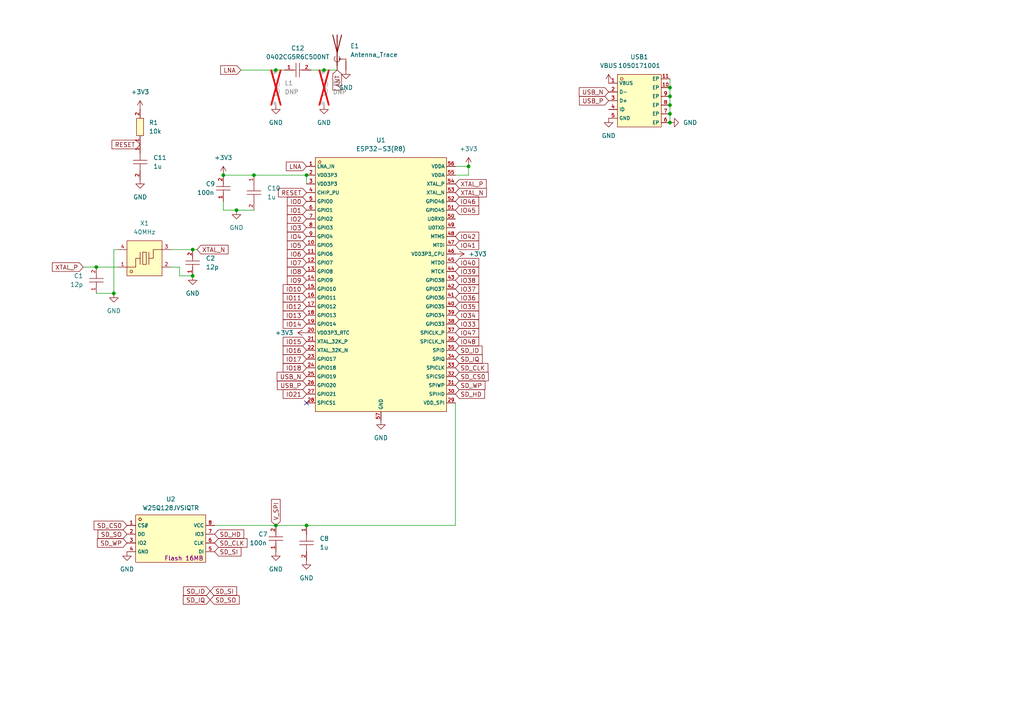
<source format=kicad_sch>
(kicad_sch (version 20230121) (generator eeschema)
  (paper "A4")
  (lib_symbols
    (symbol "CL05A106MQ5NUNC:CL05A106MQ5NUNC" (pin_names hide)
      (property "Reference" "C" (at 0 1.27 0))
      (property "Value" "CL05A106MQ5NUNC" (at 0 -2.54 0))
      (symbol "CL05A106MQ5NUNC_0_1"
        (polyline (pts (xy -1.27 0) (xy -0.508 0)))
        (polyline (pts (xy -0.508 2.032) (xy -0.508 -2.032)))
        (polyline (pts (xy 0.508 0) (xy 1.27 0)))
        (polyline (pts (xy 0.508 2.032) (xy 0.508 -2.032)))
        (pin input line (at -3.81 0 0) (length 2.54) (name "1") (number "1"))
        (pin input line (at 3.81 0 180) (length 2.54) (name "2") (number "2"))
      )
    )
    (symbol "CL05B104KO5NNNC:CL05B104KO5NNNC" (pin_names hide)
      (property "Reference" "C" (at 0 1.27 0))
      (property "Value" "CL05B104KO5NNNC" (at 0 -2.54 0))
      (symbol "CL05B104KO5NNNC_0_1"
        (polyline (pts (xy -1.27 0) (xy -0.508 0)))
        (polyline (pts (xy -0.508 2.032) (xy -0.508 -2.032)))
        (polyline (pts (xy 0.508 0) (xy 1.27 0)))
        (polyline (pts (xy 0.508 2.032) (xy 0.508 -2.032)))
        (pin input line (at -3.81 0 0) (length 2.54) (name "1") (number "1"))
        (pin input line (at 3.81 0 180) (length 2.54) (name "2") (number "2"))
      )
    )
    (symbol "CL10A226MQ8NRNC:CL10A226MQ8NRNC" (pin_names hide)
      (property "Reference" "C" (at 0 1.27 0))
      (property "Value" "CL10A226MQ8NRNC" (at 0 -2.54 0))
      (symbol "CL10A226MQ8NRNC_0_1"
        (polyline (pts (xy -0.508 -2.032) (xy -0.508 2.032)))
        (polyline (pts (xy -0.508 0) (xy -2.54 0)))
        (polyline (pts (xy 0.508 2.032) (xy 0.508 -2.032)))
        (polyline (pts (xy 2.54 0) (xy 0.508 0)))
        (pin unspecified line (at -5.08 0 0) (length 2.54) (name "1") (number "1"))
        (pin unspecified line (at 5.08 0 180) (length 2.54) (name "2") (number "2"))
      )
    )
    (symbol "Device:Antenna_Shield" (pin_numbers hide) (pin_names (offset 1.016) hide)
      (property "Reference" "AE" (at -1.905 4.445 0))
      (property "Value" "Antenna_Shield" (at -1.905 2.54 0))
      (symbol "Antenna_Shield_0_1"
        (arc (start -0.508 -1.143) (mid -0.8429 -2.1194) (end 0 -2.667))
        (arc (start 0 -2.667) (mid 0.7989 -2.1052) (end 0.508 -1.143))
        (polyline (pts (xy 0 -2.54) (xy 0 0)))
        (polyline (pts (xy 0 5.08) (xy 0 -3.81)) (stroke (width 0.254)))
        (polyline (pts (xy 0.762 -1.905) (xy 2.54 -1.905)))
        (polyline (pts (xy 2.54 -2.54) (xy 2.54 -1.905)))
        (polyline (pts (xy 1.27 5.08) (xy 0 0) (xy -1.27 5.08)) (stroke (width 0.254)))
        (circle (center 0.762 -1.905) (radius 0.1778) (fill (type outline)))
      )
      (symbol "Antenna_Shield_1_1"
        (pin input line (at 0 -5.08 90) (length 2.54) (name "A") (number "1"))
        (pin input line (at 2.54 -5.08 90) (length 2.54) (name "Shield") (number "2"))
      )
    )
    (symbol "Switch:SW_Push" (pin_numbers hide) (pin_names (offset 1.016) hide)
      (property "Reference" "SW" (at 1.27 2.54 0))
      (property "Value" "SW_Push" (at 0 -1.524 0))
      (symbol "SW_Push_0_1"
        (circle (center -2.032 0) (radius 0.508))
        (polyline (pts (xy 0 1.27) (xy 0 3.048)))
        (polyline (pts (xy 2.54 1.27) (xy -2.54 1.27)))
        (circle (center 2.032 0) (radius 0.508))
        (pin passive line (at -5.08 0 0) (length 2.54) (name "1") (number "1"))
        (pin passive line (at 5.08 0 180) (length 2.54) (name "2") (number "2"))
      )
    )
    (symbol "jlc_symbols:0402CG120J500NT" (pin_names hide)
      (property "Reference" "C" (at 0 1.27 0))
      (property "Value" "0402CG120J500NT" (at 0 -2.54 0))
      (symbol "0402CG120J500NT_0_1"
        (polyline (pts (xy -1.27 0) (xy -0.508 0)))
        (polyline (pts (xy -0.508 2.032) (xy -0.508 -2.032)))
        (polyline (pts (xy 0.508 0) (xy 1.27 0)))
        (polyline (pts (xy 0.508 2.032) (xy 0.508 -2.032)))
        (pin input line (at -3.81 0 0) (length 2.54) (name "1") (number "1"))
        (pin input line (at 3.81 0 180) (length 2.54) (name "2") (number "2"))
      )
    )
    (symbol "jlc_symbols:0402CG5R6C500NT" (pin_names hide)
      (property "Reference" "C" (at 0 1.27 0))
      (property "Value" "0402CG5R6C500NT" (at 0 -2.54 0))
      (symbol "0402CG5R6C500NT_0_1"
        (polyline (pts (xy -1.27 0) (xy -0.508 0)))
        (polyline (pts (xy -0.508 2.032) (xy -0.508 -2.032)))
        (polyline (pts (xy 0.508 0) (xy 1.27 0)))
        (polyline (pts (xy 0.508 2.032) (xy 0.508 -2.032)))
        (pin input line (at -3.81 0 0) (length 2.54) (name "1") (number "1"))
        (pin input line (at 3.81 0 180) (length 2.54) (name "2") (number "2"))
      )
    )
    (symbol "jlc_symbols:0402WGF1002TCE" (pin_names hide)
      (property "Reference" "R" (at 0 1.27 0))
      (property "Value" "0402WGF1002TCE" (at 0 -2.54 0))
      (symbol "0402WGF1002TCE_0_1"
        (rectangle (start -2.54 1.016) (end 2.54 -1.016) (fill (type background)))
        (pin input line (at -5.08 0 0) (length 2.54) (name "1") (number "1"))
        (pin input line (at 5.08 0 180) (length 2.54) (name "2") (number "2"))
      )
    )
    (symbol "jlc_symbols:1050171001"
      (property "Reference" "USB" (at 0 1.27 0))
      (property "Value" "1050171001" (at 0 -2.54 0))
      (symbol "1050171001_0_1"
        (rectangle (start -6.35 7.62) (end 6.35 -7.62) (fill (type background)))
        (circle (center -5.08 6.35) (radius 0.381) (fill (type background)))
        (pin unspecified line (at -8.89 5.08 0) (length 2.54) (name "VBUS") (number "1"))
        (pin unspecified line (at 8.89 3.81 180) (length 2.54) (name "EP") (number "10"))
        (pin unspecified line (at 8.89 6.35 180) (length 2.54) (name "EP") (number "11"))
        (pin unspecified line (at -8.89 2.54 0) (length 2.54) (name "D-") (number "2"))
        (pin unspecified line (at -8.89 0 0) (length 2.54) (name "D+") (number "3"))
        (pin unspecified line (at -8.89 -2.54 0) (length 2.54) (name "ID") (number "4"))
        (pin unspecified line (at -8.89 -5.08 0) (length 2.54) (name "GND") (number "5"))
        (pin unspecified line (at 8.89 -6.35 180) (length 2.54) (name "EP") (number "6"))
        (pin unspecified line (at 8.89 -3.81 180) (length 2.54) (name "EP") (number "7"))
        (pin unspecified line (at 8.89 -1.27 180) (length 2.54) (name "EP") (number "8"))
        (pin unspecified line (at 8.89 1.27 180) (length 2.54) (name "EP") (number "9"))
      )
    )
    (symbol "jlc_symbols:AMS1117-3_3"
      (property "Reference" "U" (at 0 1.27 0))
      (property "Value" "AMS1117-3_3" (at 0 -2.54 0))
      (symbol "AMS1117-3_3_0_1"
        (rectangle (start -8.89 5.08) (end 8.89 -5.08) (fill (type background)))
        (circle (center -7.62 3.81) (radius 0.381) (fill (type background)))
        (pin unspecified line (at -11.43 2.54 0) (length 2.54) (name "GND") (number "1"))
        (pin unspecified line (at -11.43 0 0) (length 2.54) (name "VOUT") (number "2"))
        (pin unspecified line (at -11.43 -2.54 0) (length 2.54) (name "VIN") (number "3"))
        (pin unspecified line (at 11.43 0 180) (length 2.54) (name "VOUT") (number "4"))
      )
    )
    (symbol "jlc_symbols:B5819W_C8598" (pin_names hide)
      (property "Reference" "U" (at 0 1.27 0))
      (property "Value" "B5819W_C8598" (at 0 -2.54 0))
      (symbol "B5819W_C8598_0_1"
        (polyline (pts (xy 1.27 1.524) (xy -1.27 0) (xy 1.27 -1.524) (xy 1.27 1.524)) (fill (type background)))
        (polyline (pts (xy -0.508 -1.778) (xy -0.508 -2.286) (xy -1.27 -2.286) (xy -1.27 1.016) (xy -1.27 1.778) (xy -2.032 1.778) (xy -2.032 1.27)))
        (pin unspecified line (at -5.08 0 0) (length 3.81) (name "-") (number "1"))
        (pin unspecified line (at 5.08 0 180) (length 3.81) (name "+") (number "2"))
      )
    )
    (symbol "jlc_symbols:CL05A105KA5NQNC" (pin_names hide)
      (property "Reference" "C" (at 0 1.27 0))
      (property "Value" "CL05A105KA5NQNC" (at 0 -2.54 0))
      (symbol "CL05A105KA5NQNC_0_1"
        (polyline (pts (xy -0.508 -2.032) (xy -0.508 2.032)))
        (polyline (pts (xy -0.508 0) (xy -2.54 0)))
        (polyline (pts (xy 0.508 2.032) (xy 0.508 -2.032)))
        (polyline (pts (xy 2.54 0) (xy 0.508 0)))
        (pin unspecified line (at -5.08 0 0) (length 2.54) (name "1") (number "1"))
        (pin unspecified line (at 5.08 0 180) (length 2.54) (name "2") (number "2"))
      )
    )
    (symbol "jlc_symbols:ESP32-S3(R8)"
      (property "Reference" "U" (at 0 1.27 0))
      (property "Value" "ESP32-S3(R8)" (at 0 -2.54 0))
      (symbol "ESP32-S3(R8)_0_1"
        (rectangle (start -19.05 38.1001) (end 19.05 -35.5601) (fill (type background)))
        (circle (center -17.78 36.8301) (radius 0.381) (fill (type background)))
        (pin unspecified line (at -21.59 35.56 0) (length 2.54) (name "LNA_IN") (number "1"))
        (pin unspecified line (at -21.59 12.7 0) (length 2.54) (name "GPIO5") (number "10"))
        (pin unspecified line (at -21.59 10.16 0) (length 2.54) (name "GPIO6") (number "11"))
        (pin unspecified line (at -21.59 7.62 0) (length 2.54) (name "GPIO7") (number "12"))
        (pin unspecified line (at -21.59 5.08 0) (length 2.54) (name "GPIO8") (number "13"))
        (pin unspecified line (at -21.59 2.54 0) (length 2.54) (name "GPIO9") (number "14"))
        (pin unspecified line (at -21.59 0 0) (length 2.54) (name "GPIO10") (number "15"))
        (pin unspecified line (at -21.59 -2.54 0) (length 2.54) (name "GPIO11") (number "16"))
        (pin unspecified line (at -21.59 -5.08 0) (length 2.54) (name "GPIO12") (number "17"))
        (pin unspecified line (at -21.59 -7.62 0) (length 2.54) (name "GPIO13") (number "18"))
        (pin unspecified line (at -21.59 -10.16 0) (length 2.54) (name "GPIO14") (number "19"))
        (pin unspecified line (at -21.59 33.02 0) (length 2.54) (name "VDD3P3") (number "2"))
        (pin unspecified line (at -21.59 -12.7 0) (length 2.54) (name "VDD3P3_RTC") (number "20"))
        (pin unspecified line (at -21.59 -15.24 0) (length 2.54) (name "XTAL_32K_P") (number "21"))
        (pin unspecified line (at -21.59 -17.78 0) (length 2.54) (name "XTAL_32K_N") (number "22"))
        (pin unspecified line (at -21.59 -20.32 0) (length 2.54) (name "GPIO17") (number "23"))
        (pin unspecified line (at -21.59 -22.86 0) (length 2.54) (name "GPIO18") (number "24"))
        (pin unspecified line (at -21.59 -25.4 0) (length 2.54) (name "GPIO19") (number "25"))
        (pin unspecified line (at -21.59 -27.94 0) (length 2.54) (name "GPIO20") (number "26"))
        (pin unspecified line (at -21.59 -30.48 0) (length 2.54) (name "GPIO21") (number "27"))
        (pin unspecified line (at -21.59 -33.02 0) (length 2.54) (name "SPICS1") (number "28"))
        (pin unspecified line (at 21.59 -33.02 180) (length 2.54) (name "VDD_SPI") (number "29"))
        (pin unspecified line (at -21.59 30.48 0) (length 2.54) (name "VDD3P3") (number "3"))
        (pin unspecified line (at 21.59 -30.48 180) (length 2.54) (name "SPIHD") (number "30"))
        (pin unspecified line (at 21.59 -27.94 180) (length 2.54) (name "SPIWP") (number "31"))
        (pin unspecified line (at 21.59 -25.4 180) (length 2.54) (name "SPICS0") (number "32"))
        (pin unspecified line (at 21.59 -22.86 180) (length 2.54) (name "SPICLK") (number "33"))
        (pin unspecified line (at 21.59 -20.32 180) (length 2.54) (name "SPIQ") (number "34"))
        (pin unspecified line (at 21.59 -17.78 180) (length 2.54) (name "SPID") (number "35"))
        (pin unspecified line (at 21.59 -15.24 180) (length 2.54) (name "SPICLK_N") (number "36"))
        (pin unspecified line (at 21.59 -12.7 180) (length 2.54) (name "SPICLK_P") (number "37"))
        (pin unspecified line (at 21.59 -10.16 180) (length 2.54) (name "GPIO33") (number "38"))
        (pin unspecified line (at 21.59 -7.62 180) (length 2.54) (name "GPIO34") (number "39"))
        (pin unspecified line (at -21.59 27.94 0) (length 2.54) (name "CHIP_PU") (number "4"))
        (pin unspecified line (at 21.59 -5.08 180) (length 2.54) (name "GPIO35") (number "40"))
        (pin unspecified line (at 21.59 -2.54 180) (length 2.54) (name "GPIO36") (number "41"))
        (pin unspecified line (at 21.59 0 180) (length 2.54) (name "GPIO37") (number "42"))
        (pin unspecified line (at 21.59 2.54 180) (length 2.54) (name "GPIO38") (number "43"))
        (pin unspecified line (at 21.59 5.08 180) (length 2.54) (name "MTCK") (number "44"))
        (pin unspecified line (at 21.59 7.62 180) (length 2.54) (name "MTDO") (number "45"))
        (pin unspecified line (at 21.59 10.16 180) (length 2.54) (name "VDD3P3_CPU") (number "46"))
        (pin unspecified line (at 21.59 12.7 180) (length 2.54) (name "MTDI") (number "47"))
        (pin unspecified line (at 21.59 15.24 180) (length 2.54) (name "MTMS") (number "48"))
        (pin unspecified line (at 21.59 17.78 180) (length 2.54) (name "U0TXD") (number "49"))
        (pin unspecified line (at -21.59 25.4 0) (length 2.54) (name "GPIO0") (number "5"))
        (pin unspecified line (at 21.59 20.32 180) (length 2.54) (name "U0RXD") (number "50"))
        (pin unspecified line (at 21.59 22.86 180) (length 2.54) (name "GPIO45") (number "51"))
        (pin unspecified line (at 21.59 25.4 180) (length 2.54) (name "GPIO46") (number "52"))
        (pin unspecified line (at 21.59 27.94 180) (length 2.54) (name "XTAL_N") (number "53"))
        (pin unspecified line (at 21.59 30.48 180) (length 2.54) (name "XTAL_P") (number "54"))
        (pin unspecified line (at 21.59 33.02 180) (length 2.54) (name "VDDA") (number "55"))
        (pin unspecified line (at 21.59 35.56 180) (length 2.54) (name "VDDA") (number "56"))
        (pin unspecified line (at 0 -38.1 90) (length 2.54) (name "GND") (number "57"))
        (pin unspecified line (at -21.59 22.86 0) (length 2.54) (name "GPIO1") (number "6"))
        (pin unspecified line (at -21.59 20.32 0) (length 2.54) (name "GPIO2") (number "7"))
        (pin unspecified line (at -21.59 17.78 0) (length 2.54) (name "GPIO3") (number "8"))
        (pin unspecified line (at -21.59 15.24 0) (length 2.54) (name "GPIO4") (number "9"))
      )
    )
    (symbol "jlc_symbols:SDFL1608S100KTF" (pin_names hide)
      (property "Reference" "L" (at 0 1.27 0))
      (property "Value" "SDFL1608S100KTF" (at 0 -2.54 0))
      (symbol "SDFL1608S100KTF_0_1"
        (arc (start -2.2674 -0.1341) (mid -3.1595 0.9883) (end -4.2858 0.1011))
        (arc (start -2.1318 0.1001) (mid -1.2406 -1.0269) (end -0.1135 -0.1357))
        (arc (start 0.0196 0.1001) (mid 0.9107 -1.0268) (end 2.0378 -0.1357))
        (arc (start 4.2312 -0.1341) (mid 3.3391 0.9883) (end 2.2128 0.1011))
        (pin unspecified line (at -5.08 0 0) (length 0.762) (name "1") (number "1"))
        (pin unspecified line (at 5.08 0 180) (length 0.762) (name "2") (number "2"))
      )
    )
    (symbol "jlc_symbols:TX322540M4FBCE2T" (pin_names hide)
      (property "Reference" "X" (at 0 1.27 0))
      (property "Value" "TX322540M4FBCE2T" (at 0 -2.54 0))
      (symbol "TX322540M4FBCE2T_0_1"
        (rectangle (start -5.08 5.08) (end 5.08 -5.08) (fill (type background)))
        (circle (center -3.81 -3.81) (radius 0.381) (fill (type background)))
        (rectangle (start -0.508 1.778) (end 0.508 -1.778) (fill (type background)))
        (polyline (pts (xy -1.27 -1.778) (xy -1.27 1.778)))
        (polyline (pts (xy 1.27 -1.778) (xy 1.27 1.778)))
        (polyline (pts (xy -5.08 -2.54) (xy -2.54 -2.54) (xy -2.54 0) (xy -1.27 0)))
        (polyline (pts (xy 5.08 2.54) (xy 2.54 2.54) (xy 2.54 0) (xy 1.27 0)))
        (pin input line (at -7.62 -2.54 0) (length 2.54) (name "1") (number "1"))
        (pin input line (at 7.62 -2.54 180) (length 2.54) (name "GND") (number "2"))
        (pin input line (at 7.62 2.54 180) (length 2.54) (name "3") (number "3"))
        (pin input line (at -7.62 2.54 0) (length 2.54) (name "GND") (number "4"))
      )
    )
    (symbol "jlc_symbols:W25Q128JVSIQTR"
      (property "Reference" "U" (at 0 1.27 0))
      (property "Value" "W25Q128JVSIQTR" (at 0 -2.54 0))
      (symbol "W25Q128JVSIQTR_0_1"
        (rectangle (start -10.16 6.858) (end 10.16 -6.858) (fill (type background)))
        (circle (center -8.89 5.588) (radius 0.381) (fill (type background)))
        (circle (center -8.89 5.588) (radius 0.381) (fill (type background)))
        (pin unspecified line (at -12.7 3.81 0) (length 2.54) (name "CS#") (number "1"))
        (pin unspecified line (at -12.7 1.27 0) (length 2.54) (name "DO") (number "2"))
        (pin unspecified line (at -12.7 -1.27 0) (length 2.54) (name "IO2") (number "3"))
        (pin unspecified line (at -12.7 -3.81 0) (length 2.54) (name "GND") (number "4"))
        (pin unspecified line (at 12.7 -3.81 180) (length 2.54) (name "DI") (number "5"))
        (pin unspecified line (at 12.7 -1.27 180) (length 2.54) (name "CLK") (number "6"))
        (pin unspecified line (at 12.7 1.27 180) (length 2.54) (name "IO3") (number "7"))
        (pin unspecified line (at 12.7 3.81 180) (length 2.54) (name "VCC") (number "8"))
      )
    )
    (symbol "power:+3V3" (power) (pin_names (offset 0))
      (property "Value" "+3V3" (at 0 3.556 0))
      (symbol "+3V3_0_1"
        (polyline (pts (xy -0.762 1.27) (xy 0 2.54)))
        (polyline (pts (xy 0 0) (xy 0 2.54)))
        (polyline (pts (xy 0 2.54) (xy 0.762 1.27)))
      )
      (symbol "+3V3_1_1"
        (pin power_in line (at 0 0 90) (length 0) hide (name "+3V3") (number "1"))
      )
    )
    (symbol "power:+5V" (power) (pin_names (offset 0))
      (property "Value" "+5V" (at 0 3.556 0))
      (symbol "+5V_0_1"
        (polyline (pts (xy -0.762 1.27) (xy 0 2.54)))
        (polyline (pts (xy 0 0) (xy 0 2.54)))
        (polyline (pts (xy 0 2.54) (xy 0.762 1.27)))
      )
      (symbol "+5V_1_1"
        (pin power_in line (at 0 0 90) (length 0) hide (name "+5V") (number "1"))
      )
    )
    (symbol "power:GND" (power) (pin_names (offset 0))
      (property "Value" "GND" (at 0 -3.81 0))
      (symbol "GND_0_1"
        (polyline (pts (xy 0 0) (xy 0 -1.27) (xy 1.27 -1.27) (xy 0 -2.54) (xy -1.27 -1.27) (xy 0 -1.27)))
      )
      (symbol "GND_1_1"
        (pin power_in line (at 0 0 270) (length 0) hide (name "GND") (number "1"))
      )
    )
    (symbol "power:VBUS" (power) (pin_names (offset 0))
      (property "Value" "VBUS" (at 0 3.81 0))
      (symbol "VBUS_0_1"
        (polyline (pts (xy -0.762 1.27) (xy 0 2.54)))
        (polyline (pts (xy 0 0) (xy 0 2.54)))
        (polyline (pts (xy 0 2.54) (xy 0.762 1.27)))
      )
      (symbol "VBUS_1_1"
        (pin power_in line (at 0 0 90) (length 0) hide (name "VBUS") (number "1"))
      )
    )
  )
  (junction (at 210.82 -21.59))
  (junction (at 55.88 80.01))
  (junction (at 251.46 -24.13))
  (junction (at 207.01 -21.59))
  (junction (at 194.31 27.94))
  (junction (at 88.9 50.8))
  (junction (at 64.77 50.8))
  (junction (at 194.31 35.56))
  (junction (at 55.88 72.39))
  (junction (at 73.66 50.8))
  (junction (at 68.58 60.96))
  (junction (at 194.31 -21.59))
  (junction (at 27.94 77.47))
  (junction (at 217.17 -21.59))
  (junction (at 93.98 20.32))
  (junction (at 33.02 85.09))
  (junction (at 194.31 30.48))
  (junction (at 80.01 20.32))
  (junction (at 194.31 25.4))
  (junction (at 80.01 152.4))
  (junction (at 135.89 48.26))
  (junction (at 194.31 33.02))
  (junction (at 88.9 152.4))
  (no_connect (at 88.9 116.84))
  (wire (pts (xy 194.31 30.48) (xy 194.31 33.02)))
  (wire (pts (xy 210.82 -21.59) (xy 217.17 -21.59)))
  (wire (pts (xy 132.08 152.4) (xy 132.08 116.84)))
  (wire (pts (xy 33.02 85.09) (xy 33.02 72.39)))
  (wire (pts (xy 80.01 20.32) (xy 82.55 20.32)))
  (wire (pts (xy 207.01 -21.59) (xy 210.82 -21.59)))
  (wire (pts (xy 132.08 50.8) (xy 135.89 50.8)))
  (wire (pts (xy 69.85 20.32) (xy 80.01 20.32)))
  (wire (pts (xy 90.17 20.32) (xy 93.98 20.32)))
  (wire (pts (xy 194.31 -20.32) (xy 194.31 -21.59)))
  (wire (pts (xy 68.58 60.96) (xy 64.77 60.96)))
  (wire (pts (xy 52.07 80.01) (xy 52.07 77.47)))
  (wire (pts (xy 24.13 77.47) (xy 27.94 77.47)))
  (wire (pts (xy 64.77 50.8) (xy 73.66 50.8)))
  (wire (pts (xy 88.9 152.4) (xy 132.08 152.4)))
  (wire (pts (xy 194.31 22.86) (xy 194.31 25.4)))
  (wire (pts (xy 80.01 152.4) (xy 88.9 152.4)))
  (wire (pts (xy 27.94 85.09) (xy 33.02 85.09)))
  (wire (pts (xy 93.98 20.32) (xy 97.79 20.32)))
  (wire (pts (xy 194.31 33.02) (xy 194.31 35.56)))
  (wire (pts (xy 217.17 -21.59) (xy 226.06 -21.59)))
  (wire (pts (xy 64.77 60.96) (xy 64.77 58.42)))
  (wire (pts (xy 248.92 -24.13) (xy 251.46 -24.13)))
  (wire (pts (xy 62.23 152.4) (xy 80.01 152.4)))
  (wire (pts (xy 207.01 -20.32) (xy 207.01 -21.59)))
  (wire (pts (xy 27.94 77.47) (xy 34.29 77.47)))
  (wire (pts (xy 73.66 50.8) (xy 88.9 50.8)))
  (wire (pts (xy 57.15 72.39) (xy 55.88 72.39)))
  (wire (pts (xy 55.88 80.01) (xy 52.07 80.01)))
  (wire (pts (xy 88.9 50.8) (xy 88.9 53.34)))
  (wire (pts (xy 52.07 77.47) (xy 49.53 77.47)))
  (wire (pts (xy 55.88 72.39) (xy 49.53 72.39)))
  (wire (pts (xy 194.31 -21.59) (xy 207.01 -21.59)))
  (wire (pts (xy 33.02 72.39) (xy 34.29 72.39)))
  (wire (pts (xy 73.66 60.96) (xy 68.58 60.96)))
  (wire (pts (xy 135.89 50.8) (xy 135.89 48.26)))
  (wire (pts (xy 217.17 -24.13) (xy 226.06 -24.13)))
  (wire (pts (xy 210.82 -25.4) (xy 210.82 -21.59)))
  (wire (pts (xy 132.08 48.26) (xy 135.89 48.26)))
  (wire (pts (xy 194.31 25.4) (xy 194.31 27.94)))
  (wire (pts (xy 194.31 27.94) (xy 194.31 30.48)))
  (global_label "RESET" (shape input) (at 88.9 55.88 180) (property "Intersheetrefs" "${INTERSHEET_REFS}" (effects hide)))
  (global_label "SD_SO" (shape input) (at 36.83 154.94 180) (property "Intersheetrefs" "${INTERSHEET_REFS}" (effects hide)))
  (global_label "IO38" (shape input) (at 132.08 81.28 0) (property "Intersheetrefs" "${INTERSHEET_REFS}" (effects hide)))
  (global_label "ANT" (shape input) (at 97.79 20.32 270) (property "Intersheetrefs" "${INTERSHEET_REFS}" (effects hide)))
  (global_label "IO5" (shape input) (at 88.9 71.12 180) (property "Intersheetrefs" "${INTERSHEET_REFS}" (effects hide)))
  (global_label "LNA" (shape input) (at 69.85 20.32 180) (property "Intersheetrefs" "${INTERSHEET_REFS}" (effects hide)))
  (global_label "IO21" (shape input) (at 88.9 114.3 180) (property "Intersheetrefs" "${INTERSHEET_REFS}" (effects hide)))
  (global_label "SD_HD" (shape input) (at 132.08 114.3 0) (property "Intersheetrefs" "${INTERSHEET_REFS}" (effects hide)))
  (global_label "SD_WP" (shape input) (at 36.83 157.48 180) (property "Intersheetrefs" "${INTERSHEET_REFS}" (effects hide)))
  (global_label "SD_HD" (shape input) (at 62.23 154.94 0) (property "Intersheetrefs" "${INTERSHEET_REFS}" (effects hide)))
  (global_label "IO0" (shape input) (at 88.9 58.42 180) (property "Intersheetrefs" "${INTERSHEET_REFS}" (effects hide)))
  (global_label "IO1" (shape input) (at 88.9 60.96 180) (property "Intersheetrefs" "${INTERSHEET_REFS}" (effects hide)))
  (global_label "IO6" (shape input) (at 88.9 73.66 180) (property "Intersheetrefs" "${INTERSHEET_REFS}" (effects hide)))
  (global_label "IO18" (shape input) (at 88.9 106.68 180) (property "Intersheetrefs" "${INTERSHEET_REFS}" (effects hide)))
  (global_label "IO42" (shape input) (at 132.08 68.58 0) (property "Intersheetrefs" "${INTERSHEET_REFS}" (effects hide)))
  (global_label "RESET" (shape input) (at 124.46 -11.43 180) (property "Intersheetrefs" "${INTERSHEET_REFS}" (effects hide)))
  (global_label "XTAL_P" (shape input) (at 132.08 53.34 0) (property "Intersheetrefs" "${INTERSHEET_REFS}" (effects hide)))
  (global_label "IO12" (shape input) (at 88.9 88.9 180) (property "Intersheetrefs" "${INTERSHEET_REFS}" (effects hide)))
  (global_label "SD_SI" (shape input) (at 62.23 160.02 0) (property "Intersheetrefs" "${INTERSHEET_REFS}" (effects hide)))
  (global_label "SD_ID" (shape input) (at 132.08 101.6 0) (property "Intersheetrefs" "${INTERSHEET_REFS}" (effects hide)))
  (global_label "SD_IQ" (shape input) (at 132.08 104.14 0) (property "Intersheetrefs" "${INTERSHEET_REFS}" (effects hide)))
  (global_label "USB_P" (shape input) (at 176.53 29.21 180) (property "Intersheetrefs" "${INTERSHEET_REFS}" (effects hide)))
  (global_label "IO0" (shape input) (at 124.46 -21.59 180) (property "Intersheetrefs" "${INTERSHEET_REFS}" (effects hide)))
  (global_label "IO10" (shape input) (at 88.9 83.82 180) (property "Intersheetrefs" "${INTERSHEET_REFS}" (effects hide)))
  (global_label "USB_N" (shape input) (at 88.9 109.22 180) (property "Intersheetrefs" "${INTERSHEET_REFS}" (effects hide)))
  (global_label "IO16" (shape input) (at 88.9 101.6 180) (property "Intersheetrefs" "${INTERSHEET_REFS}" (effects hide)))
  (global_label "IO34" (shape input) (at 132.08 91.44 0) (property "Intersheetrefs" "${INTERSHEET_REFS}" (effects hide)))
  (global_label "IO7" (shape input) (at 88.9 76.2 180) (property "Intersheetrefs" "${INTERSHEET_REFS}" (effects hide)))
  (global_label "USB_N" (shape input) (at 176.53 26.67 180) (property "Intersheetrefs" "${INTERSHEET_REFS}" (effects hide)))
  (global_label "IO47" (shape input) (at 132.08 96.52 0) (property "Intersheetrefs" "${INTERSHEET_REFS}" (effects hide)))
  (global_label "SD_CS0" (shape input) (at 36.83 152.4 180) (property "Intersheetrefs" "${INTERSHEET_REFS}" (effects hide)))
  (global_label "IO45" (shape input) (at 132.08 60.96 0) (property "Intersheetrefs" "${INTERSHEET_REFS}" (effects hide)))
  (global_label "IO39" (shape input) (at 132.08 78.74 0) (property "Intersheetrefs" "${INTERSHEET_REFS}" (effects hide)))
  (global_label "IO17" (shape input) (at 88.9 104.14 180) (property "Intersheetrefs" "${INTERSHEET_REFS}" (effects hide)))
  (global_label "XTAL_N" (shape input) (at 57.15 72.39 0) (property "Intersheetrefs" "${INTERSHEET_REFS}" (effects hide)))
  (global_label "IO46" (shape input) (at 132.08 58.42 0) (property "Intersheetrefs" "${INTERSHEET_REFS}" (effects hide)))
  (global_label "IO40" (shape input) (at 132.08 76.2 0) (property "Intersheetrefs" "${INTERSHEET_REFS}" (effects hide)))
  (global_label "IO11" (shape input) (at 88.9 86.36 180) (property "Intersheetrefs" "${INTERSHEET_REFS}" (effects hide)))
  (global_label "SD_SO" (shape input) (at 60.96 173.99 0) (property "Intersheetrefs" "${INTERSHEET_REFS}" (effects hide)))
  (global_label "RESET" (shape input) (at 40.64 41.91 180) (property "Intersheetrefs" "${INTERSHEET_REFS}" (effects hide)))
  (global_label "IO41" (shape input) (at 132.08 71.12 0) (property "Intersheetrefs" "${INTERSHEET_REFS}" (effects hide)))
  (global_label "SD_WP" (shape input) (at 132.08 111.76 0) (property "Intersheetrefs" "${INTERSHEET_REFS}" (effects hide)))
  (global_label "SD_IQ" (shape input) (at 60.96 173.99 180) (property "Intersheetrefs" "${INTERSHEET_REFS}" (effects hide)))
  (global_label "SD_CLK" (shape input) (at 132.08 106.68 0) (property "Intersheetrefs" "${INTERSHEET_REFS}" (effects hide)))
  (global_label "IO36" (shape input) (at 132.08 86.36 0) (property "Intersheetrefs" "${INTERSHEET_REFS}" (effects hide)))
  (global_label "SD_CS0" (shape input) (at 132.08 109.22 0) (property "Intersheetrefs" "${INTERSHEET_REFS}" (effects hide)))
  (global_label "IO14" (shape input) (at 88.9 93.98 180) (property "Intersheetrefs" "${INTERSHEET_REFS}" (effects hide)))
  (global_label "IO9" (shape input) (at 88.9 81.28 180) (property "Intersheetrefs" "${INTERSHEET_REFS}" (effects hide)))
  (global_label "XTAL_N" (shape input) (at 132.08 55.88 0) (property "Intersheetrefs" "${INTERSHEET_REFS}" (effects hide)))
  (global_label "IO13" (shape input) (at 88.9 91.44 180) (property "Intersheetrefs" "${INTERSHEET_REFS}" (effects hide)))
  (global_label "IO3" (shape input) (at 88.9 66.04 180) (property "Intersheetrefs" "${INTERSHEET_REFS}" (effects hide)))
  (global_label "IO4" (shape input) (at 88.9 68.58 180) (property "Intersheetrefs" "${INTERSHEET_REFS}" (effects hide)))
  (global_label "IO48" (shape input) (at 132.08 99.06 0) (property "Intersheetrefs" "${INTERSHEET_REFS}" (effects hide)))
  (global_label "IO8" (shape input) (at 88.9 78.74 180) (property "Intersheetrefs" "${INTERSHEET_REFS}" (effects hide)))
  (global_label "LNA" (shape input) (at 88.9 48.26 180) (property "Intersheetrefs" "${INTERSHEET_REFS}" (effects hide)))
  (global_label "SD_ID" (shape input) (at 60.96 171.45 180) (property "Intersheetrefs" "${INTERSHEET_REFS}" (effects hide)))
  (global_label "SD_SI" (shape input) (at 60.96 171.45 0) (property "Intersheetrefs" "${INTERSHEET_REFS}" (effects hide)))
  (global_label "IO35" (shape input) (at 132.08 88.9 0) (property "Intersheetrefs" "${INTERSHEET_REFS}" (effects hide)))
  (global_label "XTAL_P" (shape input) (at 24.13 77.47 180) (property "Intersheetrefs" "${INTERSHEET_REFS}" (effects hide)))
  (global_label "IO15" (shape input) (at 88.9 99.06 180) (property "Intersheetrefs" "${INTERSHEET_REFS}" (effects hide)))
  (global_label "V_SPI" (shape input) (at 80.01 152.4 90) (property "Intersheetrefs" "${INTERSHEET_REFS}" (effects hide)))
  (global_label "IO33" (shape input) (at 132.08 93.98 0) (property "Intersheetrefs" "${INTERSHEET_REFS}" (effects hide)))
  (global_label "USB_P" (shape input) (at 88.9 111.76 180) (property "Intersheetrefs" "${INTERSHEET_REFS}" (effects hide)))
  (global_label "IO2" (shape input) (at 88.9 63.5 180) (property "Intersheetrefs" "${INTERSHEET_REFS}" (effects hide)))
  (global_label "IO37" (shape input) (at 132.08 83.82 0) (property "Intersheetrefs" "${INTERSHEET_REFS}" (effects hide)))
  (global_label "SD_CLK" (shape input) (at 62.23 157.48 0) (property "Intersheetrefs" "${INTERSHEET_REFS}" (effects hide)))
  (symbol (lib_id "jlc_symbols:B5819W_C8598") (at 189.23 -21.59 180) (unit 1)
    (property "Reference" "U5" (at 189.611 -27.94 0))
    (property "Value" "B5819W_C8598" (at 194.31 -25.4 0))
    (property "Footprint" "jlc_footprints:SOD-123_L2.7-W1.6-LS3.7-RD-1" (effects hide))
    (property "Datasheet" "https://atta.szlcsc.com/upload/public/pdf/source/20210423/C2828417_EF1BF8BE3D48F97E320B09B073C89160.pdf" (effects hide))
    (property "LCSC" "C8598" (effects hide))
  )
  (symbol (lib_id "power:GND") (at 194.31 -12.7 0) (mirror y) (unit 1)
    (property "Reference" "#PWR05" (effects hide))
    (property "Value" "GND" (at 194.183 -8.3058 0))
  )
  (symbol (lib_id "CL05B104KO5NNNC:CL05B104KO5NNNC") (at 80.01 156.21 90) (unit 1)
    (property "Reference" "C7" (at 74.93 154.94 90) (effects (justify right)))
    (property "Value" "100n" (at 72.39 157.48 90) (effects (justify right)))
    (property "Footprint" "jlc_footprints:C0402" (effects hide))
    (property "Datasheet" "https://item.szlcsc.com/15869.html" (effects hide))
    (property "LCSC" "C1525" (effects hide))
  )
  (symbol (lib_id "power:GND") (at 176.53 34.29 0) (unit 1)
    (property "Reference" "#PWR016" (effects hide))
    (property "Value" "GND" (at 176.53 39.37 0))
  )
  (symbol (lib_id "jlc_symbols:W25Q128JVSIQTR") (at 49.53 156.21 0) (unit 1)
    (property "Reference" "U2" (at 49.53 144.78 0))
    (property "Value" "W25Q128JVSIQTR" (at 49.53 147.32 0))
    (property "Footprint" "jlc_footprints:SOIC-8_L5.3-W5.3-P1.27-LS8.0-BL" (effects hide))
    (property "Datasheet" "https://item.szlcsc.com/63461.html" (effects hide))
    (property "LCSC" "C97521" (effects hide))
    (property "Title" "Flash 16MB" (at 53.34 161.925 0))
  )
  (symbol (lib_id "jlc_symbols:0402CG120J500NT") (at 27.94 81.28 270) (mirror x) (unit 1)
    (property "Reference" "C1" (at 24.13 80.01 90) (effects (justify right)))
    (property "Value" "12p" (at 24.13 82.55 90) (effects (justify right)))
    (property "Footprint" "jlc_footprints:C0402" (effects hide))
    (property "Datasheet" "https://item.szlcsc.com/15869.html" (effects hide))
    (property "LCSC" "C1547" (effects hide))
  )
  (symbol (lib_id "power:GND") (at 93.98 30.48 0) (unit 1)
    (property "Reference" "#PWR028" (effects hide))
    (property "Value" "GND" (at 93.98 35.56 0))
  )
  (symbol (lib_id "jlc_symbols:SDFL1608S100KTF") (at 93.98 25.4 90) (unit 1) (in_bom no) (dnp yes)
    (property "Reference" "L2" (at 96.52 24.13 90) (effects (justify right)))
    (property "Value" "DNP" (at 96.52 26.67 90) (effects (justify right)))
    (property "Footprint" "jlc_footprints:L0603" (effects hide))
    (property "Datasheet" "https://item.szlcsc.com/344093.html" (effects hide))
    (property "LCSC" "C1035" (effects hide))
  )
  (symbol (lib_id "power:GND") (at 134.62 -11.43 90) (unit 1)
    (property "Reference" "#PWR014" (effects hide))
    (property "Value" "GND" (at 138.43 -11.43 90) (effects (justify right)))
  )
  (symbol (lib_id "power:GND") (at 217.17 -11.43 0) (mirror y) (unit 1)
    (property "Reference" "#PWR09" (effects hide))
    (property "Value" "GND" (at 217.043 -7.0358 0))
  )
  (symbol (lib_id "power:GND") (at 80.01 160.02 0) (unit 1)
    (property "Reference" "#PWR04" (effects hide))
    (property "Value" "GND" (at 80.01 165.1 0))
  )
  (symbol (lib_id "power:+3V3") (at 132.08 73.66 270) (unit 1)
    (property "Reference" "#PWR025" (effects hide))
    (property "Value" "+3V3" (at 135.89 73.66 90) (effects (justify left)))
  )
  (symbol (lib_id "power:GND") (at 110.49 121.92 0) (unit 1)
    (property "Reference" "#PWR019" (effects hide))
    (property "Value" "GND" (at 110.49 127 0))
  )
  (symbol (lib_id "power:+3V3") (at 251.46 -24.13 0) (mirror y) (unit 1)
    (property "Reference" "#PWR011" (effects hide))
    (property "Value" "+3V3" (at 251.46 -32.131 90) (effects (justify right)))
  )
  (symbol (lib_id "CL10A226MQ8NRNC:CL10A226MQ8NRNC") (at 217.17 -16.51 90) (unit 1)
    (property "Reference" "C5" (at 210.82 -17.78 90) (effects (justify right)))
    (property "Value" "22u" (at 210.82 -15.24 90) (effects (justify right)))
    (property "Footprint" "jlc_footprints:C0603" (effects hide))
    (property "Datasheet" "https://item.szlcsc.com/362304.html" (effects hide))
    (property "LCSC" "C59461" (effects hide))
  )
  (symbol (lib_id "power:GND") (at 100.33 20.32 0) (unit 1)
    (property "Reference" "#PWR029" (effects hide))
    (property "Value" "GND" (at 100.33 25.4 0))
  )
  (symbol (lib_id "power:GND") (at 251.46 -13.97 0) (mirror y) (unit 1)
    (property "Reference" "#PWR012" (effects hide))
    (property "Value" "GND" (at 251.333 -9.5758 0))
  )
  (symbol (lib_id "power:GND") (at 68.58 60.96 0) (unit 1)
    (property "Reference" "#PWR030" (effects hide))
    (property "Value" "GND" (at 68.58 66.04 0))
  )
  (symbol (lib_id "jlc_symbols:ESP32-S3(R8)") (at 110.49 83.82 0) (unit 1)
    (property "Reference" "U1" (at 110.49 40.64 0))
    (property "Value" "ESP32-S3(R8)" (at 110.49 43.18 0))
    (property "Footprint" "jlc_footprints:QFN-56_L7.0-W7.0-P0.40-TL-EP4.0" (effects hide))
    (property "Datasheet" "https://item.szlcsc.com/549860.html" (effects hide))
    (property "LCSC" "C2913194" (effects hide))
  )
  (symbol (lib_id "CL10A226MQ8NRNC:CL10A226MQ8NRNC") (at 251.46 -19.05 90) (unit 1)
    (property "Reference" "C6" (at 255.27 -20.32 90) (effects (justify right)))
    (property "Value" "22u" (at 255.27 -17.78 90) (effects (justify right)))
    (property "Footprint" "jlc_footprints:C0603" (effects hide))
    (property "Datasheet" "https://item.szlcsc.com/362304.html" (effects hide))
    (property "LCSC" "C59461" (effects hide))
  )
  (symbol (lib_id "power:GND") (at 88.9 162.56 0) (unit 1)
    (property "Reference" "#PWR015" (effects hide))
    (property "Value" "GND" (at 88.9 167.64 0))
  )
  (symbol (lib_id "power:+3V3") (at 217.17 -24.13 0) (mirror y) (unit 1)
    (property "Reference" "#PWR08" (effects hide))
    (property "Value" "+3V3" (at 217.17 -32.131 90) (effects (justify right)))
  )
  (symbol (lib_id "power:GND") (at 80.01 30.48 0) (unit 1)
    (property "Reference" "#PWR027" (effects hide))
    (property "Value" "GND" (at 80.01 35.56 0))
  )
  (symbol (lib_id "power:GND") (at 55.88 80.01 0) (unit 1)
    (property "Reference" "#PWR02" (effects hide))
    (property "Value" "GND" (at 55.88 85.09 0))
  )
  (symbol (lib_id "power:GND") (at 207.01 -12.7 0) (mirror y) (unit 1)
    (property "Reference" "#PWR06" (effects hide))
    (property "Value" "GND" (at 206.883 -8.3058 0))
  )
  (symbol (lib_id "Device:Antenna_Shield") (at 97.79 15.24 0) (unit 1) (in_bom no)
    (property "Reference" "E1" (at 101.6 13.335 0) (effects (justify left)))
    (property "Value" "Antenna_Trace" (at 101.6 15.875 0) (effects (justify left)))
    (property "Footprint" "RF_Antenna:Texas_SWRA117D_2.4GHz_Right" (effects hide))
  )
  (symbol (lib_id "Switch:SW_Push") (at 129.54 -11.43 0) (mirror y) (unit 1)
    (property "Reference" "SW2" (at 129.54 -18.542 0))
    (property "Value" "RST" (at 129.54 -16.002 0))
    (property "Footprint" "Button_Switch_SMD:SW_Push_1P1T_NO_Vertical_Wuerth_434133025816" (effects hide))
  )
  (symbol (lib_id "power:GND") (at 40.64 52.07 0) (unit 1)
    (property "Reference" "#PWR020" (effects hide))
    (property "Value" "GND" (at 40.64 57.15 0))
  )
  (symbol (lib_id "jlc_symbols:CL05A105KA5NQNC") (at 40.64 46.99 90) (mirror x) (unit 1)
    (property "Reference" "C11" (at 44.45 45.72 90) (effects (justify right)))
    (property "Value" "1u" (at 44.45 48.26 90) (effects (justify right)))
    (property "Footprint" "jlc_footprints:C0402" (effects hide))
    (property "Datasheet" "https://item.szlcsc.com/15869.html" (effects hide))
    (property "LCSC" "C52923" (effects hide))
  )
  (symbol (lib_id "power:GND") (at 226.06 -26.67 270) (unit 1)
    (property "Reference" "#PWR010" (effects hide))
    (property "Value" "GND" (at 221.6658 -26.543 0))
  )
  (symbol (lib_id "Switch:SW_Push") (at 129.54 -21.59 0) (mirror y) (unit 1)
    (property "Reference" "SW1" (at 129.54 -28.702 0))
    (property "Value" "IO0" (at 129.54 -26.162 0))
    (property "Footprint" "Button_Switch_SMD:SW_Push_1P1T_NO_Vertical_Wuerth_434133025816" (effects hide))
  )
  (symbol (lib_id "power:+3V3") (at 88.9 96.52 90) (unit 1)
    (property "Reference" "#PWR026" (effects hide))
    (property "Value" "+3V3" (at 85.09 96.52 90) (effects (justify left)))
  )
  (symbol (lib_id "jlc_symbols:0402CG5R6C500NT") (at 86.36 20.32 0) (unit 1)
    (property "Reference" "C12" (at 86.36 13.97 0))
    (property "Value" "0402CG5R6C500NT" (at 86.36 16.51 0))
    (property "Footprint" "jlc_footprints:C0402" (effects hide))
    (property "Datasheet" "https://item.szlcsc.com/15869.html" (effects hide))
    (property "LCSC" "C1574" (effects hide))
  )
  (symbol (lib_id "power:+3V3") (at 135.89 48.26 0) (unit 1)
    (property "Reference" "#PWR024" (effects hide))
    (property "Value" "+3V3" (at 135.89 43.18 0))
  )
  (symbol (lib_id "jlc_symbols:CL05A105KA5NQNC") (at 73.66 55.88 90) (mirror x) (unit 1)
    (property "Reference" "C10" (at 77.47 54.61 90) (effects (justify right)))
    (property "Value" "1u" (at 77.47 57.15 90) (effects (justify right)))
    (property "Footprint" "jlc_footprints:C0402" (effects hide))
    (property "Datasheet" "https://item.szlcsc.com/15869.html" (effects hide))
    (property "LCSC" "C52923" (effects hide))
  )
  (symbol (lib_id "power:GND") (at 36.83 160.02 0) (unit 1)
    (property "Reference" "#PWR03" (effects hide))
    (property "Value" "GND" (at 36.83 165.1 0))
  )
  (symbol (lib_id "jlc_symbols:SDFL1608S100KTF") (at 80.01 25.4 90) (unit 1) (in_bom no) (dnp yes)
    (property "Reference" "L1" (at 82.55 24.13 90) (effects (justify right)))
    (property "Value" "DNP" (at 82.55 26.67 90) (effects (justify right)))
    (property "Footprint" "jlc_footprints:L0603" (effects hide))
    (property "Datasheet" "https://item.szlcsc.com/344093.html" (effects hide))
    (property "LCSC" "C1035" (effects hide))
  )
  (symbol (lib_id "jlc_symbols:AMS1117-3_3") (at 237.49 -24.13 0) (unit 1)
    (property "Reference" "U4" (at 237.49 -33.655 0))
    (property "Value" "AMS1117" (at 237.49 -31.115 0))
    (property "Footprint" "jlc_footprints:SOT-223-3_L6.5-W3.4-P2.30-LS7.0-BR" (effects hide))
    (property "Datasheet" "https://item.szlcsc.com/410724.html" (effects hide))
    (property "LCSC" "C6186" (effects hide))
  )
  (symbol (lib_id "power:VBUS") (at 184.15 -21.59 0) (unit 1)
    (property "Reference" "#PWR022" (effects hide))
    (property "Value" "VBUS" (at 184.15 -26.67 0))
  )
  (symbol (lib_id "jlc_symbols:CL05A105KA5NQNC") (at 88.9 157.48 90) (mirror x) (unit 1)
    (property "Reference" "C8" (at 92.71 156.21 90) (effects (justify right)))
    (property "Value" "1u" (at 92.71 158.75 90) (effects (justify right)))
    (property "Footprint" "jlc_footprints:C0402" (effects hide))
    (property "Datasheet" "https://item.szlcsc.com/15869.html" (effects hide))
    (property "LCSC" "C52923" (effects hide))
  )
  (symbol (lib_id "jlc_symbols:0402WGF1002TCE") (at 40.64 36.83 90) (unit 1)
    (property "Reference" "R1" (at 43.18 35.56 90) (effects (justify right)))
    (property "Value" "10k" (at 43.18 38.1 90) (effects (justify right)))
    (property "Footprint" "jlc_footprints:R0402" (effects hide))
    (property "Datasheet" "https://item.szlcsc.com/323315.html" (effects hide))
    (property "LCSC" "C25744" (effects hide))
  )
  (symbol (lib_id "power:+3V3") (at 64.77 50.8 0) (unit 1)
    (property "Reference" "#PWR023" (effects hide))
    (property "Value" "+3V3" (at 64.77 45.72 0))
  )
  (symbol (lib_id "power:GND") (at 33.02 85.09 0) (unit 1)
    (property "Reference" "#PWR01" (effects hide))
    (property "Value" "GND" (at 33.02 90.17 0))
  )
  (symbol (lib_id "power:VBUS") (at 176.53 24.13 0) (unit 1)
    (property "Reference" "#PWR018" (effects hide))
    (property "Value" "VBUS" (at 176.53 19.05 0))
  )
  (symbol (lib_id "jlc_symbols:TX322540M4FBCE2T") (at 41.91 74.93 0) (unit 1)
    (property "Reference" "X1" (at 41.91 64.77 0))
    (property "Value" "40MHz" (at 41.91 67.31 0))
    (property "Footprint" "jlc_footprints:CRYSTAL-SMD_4P-L3.2-W2.5-BL" (effects hide))
    (property "Datasheet" "https://item.szlcsc.com/15866.html" (effects hide))
    (property "LCSC" "C5186937" (effects hide))
  )
  (symbol (lib_id "power:GND") (at 194.31 35.56 90) (unit 1)
    (property "Reference" "#PWR017" (effects hide))
    (property "Value" "GND" (at 198.12 35.56 90) (effects (justify right)))
  )
  (symbol (lib_id "power:+3V3") (at 40.64 31.75 0) (unit 1)
    (property "Reference" "#PWR021" (effects hide))
    (property "Value" "+3V3" (at 40.64 26.67 0))
  )
  (symbol (lib_id "CL05B104KO5NNNC:CL05B104KO5NNNC") (at 207.01 -16.51 90) (unit 1)
    (property "Reference" "C4" (at 201.93 -17.78 90) (effects (justify right)))
    (property "Value" "100n" (at 199.39 -15.24 90) (effects (justify right)))
    (property "Footprint" "jlc_footprints:C0402" (effects hide))
    (property "Datasheet" "https://item.szlcsc.com/15869.html" (effects hide))
    (property "LCSC" "C1525" (effects hide))
  )
  (symbol (lib_id "power:+5V") (at 210.82 -25.4 0) (mirror y) (unit 1)
    (property "Reference" "#PWR07" (effects hide))
    (property "Value" "+5V" (at 209.042 -28.956 90) (effects (justify right)))
  )
  (symbol (lib_id "power:GND") (at 134.62 -21.59 90) (unit 1)
    (property "Reference" "#PWR013" (effects hide))
    (property "Value" "GND" (at 138.43 -21.59 90) (effects (justify right)))
  )
  (symbol (lib_id "CL05A106MQ5NUNC:CL05A106MQ5NUNC") (at 194.31 -16.51 90) (unit 1)
    (property "Reference" "C3" (at 187.96 -17.78 90) (effects (justify right)))
    (property "Value" "10u" (at 187.96 -15.24 90) (effects (justify right)))
    (property "Footprint" "jlc_footprints:C0402" (effects hide))
    (property "Datasheet" "https://item.szlcsc.com/15869.html" (effects hide))
    (property "LCSC" "C15525" (effects hide))
  )
  (symbol (lib_id "jlc_symbols:0402CG120J500NT") (at 55.88 76.2 90) (unit 1)
    (property "Reference" "C2" (at 59.69 74.93 90) (effects (justify right)))
    (property "Value" "12p" (at 59.69 77.47 90) (effects (justify right)))
    (property "Footprint" "jlc_footprints:C0402" (effects hide))
    (property "Datasheet" "https://item.szlcsc.com/15869.html" (effects hide))
    (property "LCSC" "C1547" (effects hide))
  )
  (symbol (lib_id "jlc_symbols:1050171001") (at 185.42 29.21 0) (unit 1)
    (property "Reference" "USB1" (at 185.42 16.51 0))
    (property "Value" "1050171001" (at 185.42 19.05 0))
    (property "Footprint" "jlc_footprints:MICRO-USB-SMD_1050171001" (effects hide))
    (property "Datasheet" "https://item.szlcsc.com/518091.html" (effects hide))
    (property "LCSC" "C505111" (effects hide))
  )
  (symbol (lib_id "CL05B104KO5NNNC:CL05B104KO5NNNC") (at 64.77 54.61 90) (unit 1)
    (property "Reference" "C9" (at 59.69 53.34 90) (effects (justify right)))
    (property "Value" "100n" (at 57.15 55.88 90) (effects (justify right)))
    (property "Footprint" "jlc_footprints:C0402" (effects hide))
    (property "Datasheet" "https://item.szlcsc.com/15869.html" (effects hide))
    (property "LCSC" "C1525" (effects hide))
  )
)
</source>
